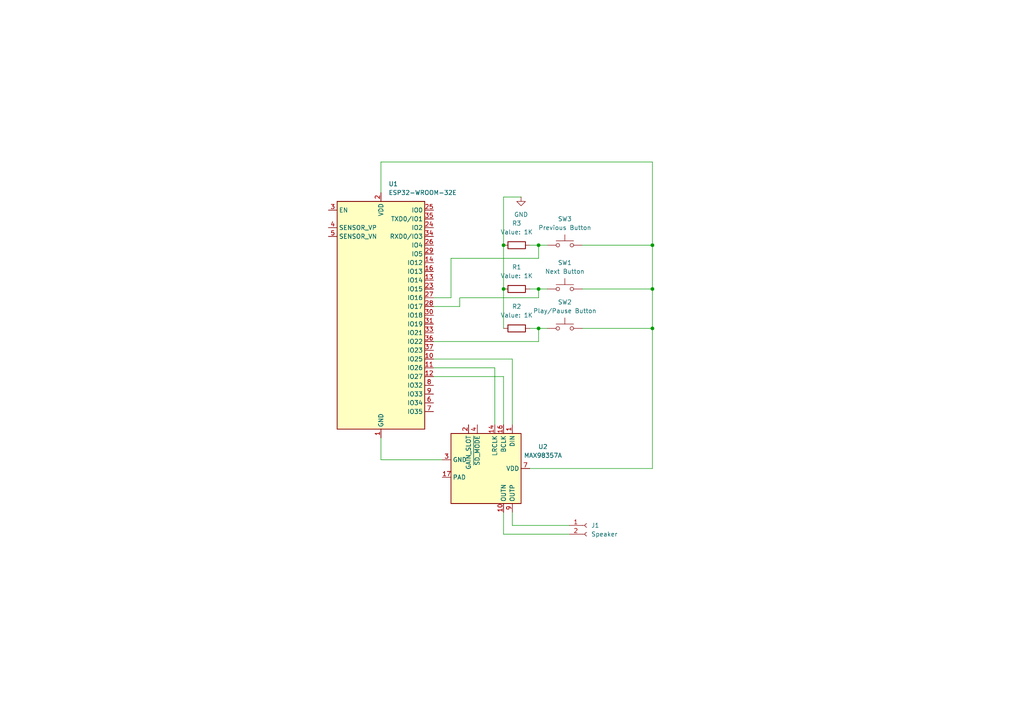
<source format=kicad_sch>
(kicad_sch
	(version 20231120)
	(generator "eeschema")
	(generator_version "8.0")
	(uuid "3ac9106d-1e9e-46a4-8744-e36c96f1e6c6")
	(paper "A4")
	(title_block
		(title "Audio Player Schematic using ESP32")
	)
	(lib_symbols
		(symbol "Audio:MAX98357A"
			(exclude_from_sim no)
			(in_bom yes)
			(on_board yes)
			(property "Reference" "U"
				(at -8.89 11.43 0)
				(effects
					(font
						(size 1.27 1.27)
					)
				)
			)
			(property "Value" "MAX98357A"
				(at 10.16 11.43 0)
				(effects
					(font
						(size 1.27 1.27)
					)
				)
			)
			(property "Footprint" "Package_DFN_QFN:TQFN-16-1EP_3x3mm_P0.5mm_EP1.23x1.23mm"
				(at -1.27 -2.54 0)
				(effects
					(font
						(size 1.27 1.27)
					)
					(hide yes)
				)
			)
			(property "Datasheet" "https://www.analog.com/media/en/technical-documentation/data-sheets/MAX98357A-MAX98357B.pdf"
				(at 0 -2.54 0)
				(effects
					(font
						(size 1.27 1.27)
					)
					(hide yes)
				)
			)
			(property "Description" "Mono DAC with amplifier, I2S, PCM, TDM, 32-bit, 96khz, 3.2W, TQFP-16"
				(at 0 0 0)
				(effects
					(font
						(size 1.27 1.27)
					)
					(hide yes)
				)
			)
			(property "ki_keywords" "pcm tdm i2s left-justified amplifier audio dac"
				(at 0 0 0)
				(effects
					(font
						(size 1.27 1.27)
					)
					(hide yes)
				)
			)
			(property "ki_fp_filters" "TQFN*3x3mm*P0.5mm*EP1.23x1.23mm*"
				(at 0 0 0)
				(effects
					(font
						(size 1.27 1.27)
					)
					(hide yes)
				)
			)
			(symbol "MAX98357A_1_1"
				(rectangle
					(start -10.16 10.16)
					(end 10.16 -10.16)
					(stroke
						(width 0.254)
						(type default)
					)
					(fill
						(type background)
					)
				)
				(pin input line
					(at -12.7 7.62 0)
					(length 2.54)
					(name "DIN"
						(effects
							(font
								(size 1.27 1.27)
							)
						)
					)
					(number "1"
						(effects
							(font
								(size 1.27 1.27)
							)
						)
					)
				)
				(pin output line
					(at 12.7 5.08 180)
					(length 2.54)
					(name "OUTN"
						(effects
							(font
								(size 1.27 1.27)
							)
						)
					)
					(number "10"
						(effects
							(font
								(size 1.27 1.27)
							)
						)
					)
				)
				(pin passive line
					(at -2.54 -12.7 90)
					(length 2.54) hide
					(name "GND"
						(effects
							(font
								(size 1.27 1.27)
							)
						)
					)
					(number "11"
						(effects
							(font
								(size 1.27 1.27)
							)
						)
					)
				)
				(pin no_connect line
					(at 10.16 -5.08 180)
					(length 2.54) hide
					(name "NC"
						(effects
							(font
								(size 1.27 1.27)
							)
						)
					)
					(number "12"
						(effects
							(font
								(size 1.27 1.27)
							)
						)
					)
				)
				(pin no_connect line
					(at 10.16 -7.62 180)
					(length 2.54) hide
					(name "NC"
						(effects
							(font
								(size 1.27 1.27)
							)
						)
					)
					(number "13"
						(effects
							(font
								(size 1.27 1.27)
							)
						)
					)
				)
				(pin input line
					(at -12.7 2.54 0)
					(length 2.54)
					(name "LRCLK"
						(effects
							(font
								(size 1.27 1.27)
							)
						)
					)
					(number "14"
						(effects
							(font
								(size 1.27 1.27)
							)
						)
					)
				)
				(pin passive line
					(at -2.54 -12.7 90)
					(length 2.54) hide
					(name "GND"
						(effects
							(font
								(size 1.27 1.27)
							)
						)
					)
					(number "15"
						(effects
							(font
								(size 1.27 1.27)
							)
						)
					)
				)
				(pin input line
					(at -12.7 5.08 0)
					(length 2.54)
					(name "BCLK"
						(effects
							(font
								(size 1.27 1.27)
							)
						)
					)
					(number "16"
						(effects
							(font
								(size 1.27 1.27)
							)
						)
					)
				)
				(pin unspecified line
					(at 2.54 -12.7 90)
					(length 2.54)
					(name "PAD"
						(effects
							(font
								(size 1.27 1.27)
							)
						)
					)
					(number "17"
						(effects
							(font
								(size 1.27 1.27)
							)
						)
					)
				)
				(pin passive line
					(at -12.7 -5.08 0)
					(length 2.54)
					(name "GAIN_SLOT"
						(effects
							(font
								(size 1.27 1.27)
							)
						)
					)
					(number "2"
						(effects
							(font
								(size 1.27 1.27)
							)
						)
					)
				)
				(pin power_in line
					(at -2.54 -12.7 90)
					(length 2.54)
					(name "GND"
						(effects
							(font
								(size 1.27 1.27)
							)
						)
					)
					(number "3"
						(effects
							(font
								(size 1.27 1.27)
							)
						)
					)
				)
				(pin input line
					(at -12.7 -2.54 0)
					(length 2.54)
					(name "~{SD_MODE}"
						(effects
							(font
								(size 1.27 1.27)
							)
						)
					)
					(number "4"
						(effects
							(font
								(size 1.27 1.27)
							)
						)
					)
				)
				(pin no_connect line
					(at 10.16 2.54 180)
					(length 2.54) hide
					(name "NC"
						(effects
							(font
								(size 1.27 1.27)
							)
						)
					)
					(number "5"
						(effects
							(font
								(size 1.27 1.27)
							)
						)
					)
				)
				(pin no_connect line
					(at 10.16 0 180)
					(length 2.54) hide
					(name "NC"
						(effects
							(font
								(size 1.27 1.27)
							)
						)
					)
					(number "6"
						(effects
							(font
								(size 1.27 1.27)
							)
						)
					)
				)
				(pin power_in line
					(at 0 12.7 270)
					(length 2.54)
					(name "VDD"
						(effects
							(font
								(size 1.27 1.27)
							)
						)
					)
					(number "7"
						(effects
							(font
								(size 1.27 1.27)
							)
						)
					)
				)
				(pin passive line
					(at 0 12.7 270)
					(length 2.54) hide
					(name "VDD"
						(effects
							(font
								(size 1.27 1.27)
							)
						)
					)
					(number "8"
						(effects
							(font
								(size 1.27 1.27)
							)
						)
					)
				)
				(pin output line
					(at 12.7 7.62 180)
					(length 2.54)
					(name "OUTP"
						(effects
							(font
								(size 1.27 1.27)
							)
						)
					)
					(number "9"
						(effects
							(font
								(size 1.27 1.27)
							)
						)
					)
				)
			)
		)
		(symbol "Connector:Conn_01x02_Socket"
			(pin_names
				(offset 1.016) hide)
			(exclude_from_sim no)
			(in_bom yes)
			(on_board yes)
			(property "Reference" "J"
				(at 0 2.54 0)
				(effects
					(font
						(size 1.27 1.27)
					)
				)
			)
			(property "Value" "Conn_01x02_Socket"
				(at 0 -5.08 0)
				(effects
					(font
						(size 1.27 1.27)
					)
				)
			)
			(property "Footprint" ""
				(at 0 0 0)
				(effects
					(font
						(size 1.27 1.27)
					)
					(hide yes)
				)
			)
			(property "Datasheet" "~"
				(at 0 0 0)
				(effects
					(font
						(size 1.27 1.27)
					)
					(hide yes)
				)
			)
			(property "Description" "Generic connector, single row, 01x02, script generated"
				(at 0 0 0)
				(effects
					(font
						(size 1.27 1.27)
					)
					(hide yes)
				)
			)
			(property "ki_locked" ""
				(at 0 0 0)
				(effects
					(font
						(size 1.27 1.27)
					)
				)
			)
			(property "ki_keywords" "connector"
				(at 0 0 0)
				(effects
					(font
						(size 1.27 1.27)
					)
					(hide yes)
				)
			)
			(property "ki_fp_filters" "Connector*:*_1x??_*"
				(at 0 0 0)
				(effects
					(font
						(size 1.27 1.27)
					)
					(hide yes)
				)
			)
			(symbol "Conn_01x02_Socket_1_1"
				(arc
					(start 0 -2.032)
					(mid -0.5058 -2.54)
					(end 0 -3.048)
					(stroke
						(width 0.1524)
						(type default)
					)
					(fill
						(type none)
					)
				)
				(polyline
					(pts
						(xy -1.27 -2.54) (xy -0.508 -2.54)
					)
					(stroke
						(width 0.1524)
						(type default)
					)
					(fill
						(type none)
					)
				)
				(polyline
					(pts
						(xy -1.27 0) (xy -0.508 0)
					)
					(stroke
						(width 0.1524)
						(type default)
					)
					(fill
						(type none)
					)
				)
				(arc
					(start 0 0.508)
					(mid -0.5058 0)
					(end 0 -0.508)
					(stroke
						(width 0.1524)
						(type default)
					)
					(fill
						(type none)
					)
				)
				(pin passive line
					(at -5.08 0 0)
					(length 3.81)
					(name "Pin_1"
						(effects
							(font
								(size 1.27 1.27)
							)
						)
					)
					(number "1"
						(effects
							(font
								(size 1.27 1.27)
							)
						)
					)
				)
				(pin passive line
					(at -5.08 -2.54 0)
					(length 3.81)
					(name "Pin_2"
						(effects
							(font
								(size 1.27 1.27)
							)
						)
					)
					(number "2"
						(effects
							(font
								(size 1.27 1.27)
							)
						)
					)
				)
			)
		)
		(symbol "Device:R"
			(pin_numbers hide)
			(pin_names
				(offset 0)
			)
			(exclude_from_sim no)
			(in_bom yes)
			(on_board yes)
			(property "Reference" "R"
				(at 2.032 0 90)
				(effects
					(font
						(size 1.27 1.27)
					)
				)
			)
			(property "Value" "R"
				(at 0 0 90)
				(effects
					(font
						(size 1.27 1.27)
					)
				)
			)
			(property "Footprint" ""
				(at -1.778 0 90)
				(effects
					(font
						(size 1.27 1.27)
					)
					(hide yes)
				)
			)
			(property "Datasheet" "~"
				(at 0 0 0)
				(effects
					(font
						(size 1.27 1.27)
					)
					(hide yes)
				)
			)
			(property "Description" "Resistor"
				(at 0 0 0)
				(effects
					(font
						(size 1.27 1.27)
					)
					(hide yes)
				)
			)
			(property "ki_keywords" "R res resistor"
				(at 0 0 0)
				(effects
					(font
						(size 1.27 1.27)
					)
					(hide yes)
				)
			)
			(property "ki_fp_filters" "R_*"
				(at 0 0 0)
				(effects
					(font
						(size 1.27 1.27)
					)
					(hide yes)
				)
			)
			(symbol "R_0_1"
				(rectangle
					(start -1.016 -2.54)
					(end 1.016 2.54)
					(stroke
						(width 0.254)
						(type default)
					)
					(fill
						(type none)
					)
				)
			)
			(symbol "R_1_1"
				(pin passive line
					(at 0 3.81 270)
					(length 1.27)
					(name "~"
						(effects
							(font
								(size 1.27 1.27)
							)
						)
					)
					(number "1"
						(effects
							(font
								(size 1.27 1.27)
							)
						)
					)
				)
				(pin passive line
					(at 0 -3.81 90)
					(length 1.27)
					(name "~"
						(effects
							(font
								(size 1.27 1.27)
							)
						)
					)
					(number "2"
						(effects
							(font
								(size 1.27 1.27)
							)
						)
					)
				)
			)
		)
		(symbol "RF_Module:ESP32-WROOM-32E"
			(exclude_from_sim no)
			(in_bom yes)
			(on_board yes)
			(property "Reference" "U"
				(at -12.7 34.29 0)
				(effects
					(font
						(size 1.27 1.27)
					)
					(justify left)
				)
			)
			(property "Value" "ESP32-WROOM-32E"
				(at 1.27 34.29 0)
				(effects
					(font
						(size 1.27 1.27)
					)
					(justify left)
				)
			)
			(property "Footprint" "RF_Module:ESP32-WROOM-32D"
				(at 16.51 -34.29 0)
				(effects
					(font
						(size 1.27 1.27)
					)
					(hide yes)
				)
			)
			(property "Datasheet" "https://www.espressif.com/sites/default/files/documentation/esp32-wroom-32e_esp32-wroom-32ue_datasheet_en.pdf"
				(at 0 0 0)
				(effects
					(font
						(size 1.27 1.27)
					)
					(hide yes)
				)
			)
			(property "Description" "RF Module, ESP32-D0WD-V3 SoC, without PSRAM, Wi-Fi 802.11b/g/n, Bluetooth, BLE, 32-bit, 2.7-3.6V, onboard antenna, SMD"
				(at 0 0 0)
				(effects
					(font
						(size 1.27 1.27)
					)
					(hide yes)
				)
			)
			(property "ki_keywords" "RF Radio BT ESP ESP32 Espressif onboard PCB antenna"
				(at 0 0 0)
				(effects
					(font
						(size 1.27 1.27)
					)
					(hide yes)
				)
			)
			(property "ki_fp_filters" "ESP32?WROOM?32D*"
				(at 0 0 0)
				(effects
					(font
						(size 1.27 1.27)
					)
					(hide yes)
				)
			)
			(symbol "ESP32-WROOM-32E_0_1"
				(rectangle
					(start -12.7 33.02)
					(end 12.7 -33.02)
					(stroke
						(width 0.254)
						(type default)
					)
					(fill
						(type background)
					)
				)
			)
			(symbol "ESP32-WROOM-32E_1_1"
				(pin power_in line
					(at 0 -35.56 90)
					(length 2.54)
					(name "GND"
						(effects
							(font
								(size 1.27 1.27)
							)
						)
					)
					(number "1"
						(effects
							(font
								(size 1.27 1.27)
							)
						)
					)
				)
				(pin bidirectional line
					(at 15.24 -12.7 180)
					(length 2.54)
					(name "IO25"
						(effects
							(font
								(size 1.27 1.27)
							)
						)
					)
					(number "10"
						(effects
							(font
								(size 1.27 1.27)
							)
						)
					)
				)
				(pin bidirectional line
					(at 15.24 -15.24 180)
					(length 2.54)
					(name "IO26"
						(effects
							(font
								(size 1.27 1.27)
							)
						)
					)
					(number "11"
						(effects
							(font
								(size 1.27 1.27)
							)
						)
					)
				)
				(pin bidirectional line
					(at 15.24 -17.78 180)
					(length 2.54)
					(name "IO27"
						(effects
							(font
								(size 1.27 1.27)
							)
						)
					)
					(number "12"
						(effects
							(font
								(size 1.27 1.27)
							)
						)
					)
				)
				(pin bidirectional line
					(at 15.24 10.16 180)
					(length 2.54)
					(name "IO14"
						(effects
							(font
								(size 1.27 1.27)
							)
						)
					)
					(number "13"
						(effects
							(font
								(size 1.27 1.27)
							)
						)
					)
				)
				(pin bidirectional line
					(at 15.24 15.24 180)
					(length 2.54)
					(name "IO12"
						(effects
							(font
								(size 1.27 1.27)
							)
						)
					)
					(number "14"
						(effects
							(font
								(size 1.27 1.27)
							)
						)
					)
				)
				(pin passive line
					(at 0 -35.56 90)
					(length 2.54) hide
					(name "GND"
						(effects
							(font
								(size 1.27 1.27)
							)
						)
					)
					(number "15"
						(effects
							(font
								(size 1.27 1.27)
							)
						)
					)
				)
				(pin bidirectional line
					(at 15.24 12.7 180)
					(length 2.54)
					(name "IO13"
						(effects
							(font
								(size 1.27 1.27)
							)
						)
					)
					(number "16"
						(effects
							(font
								(size 1.27 1.27)
							)
						)
					)
				)
				(pin no_connect line
					(at -12.7 -5.08 0)
					(length 2.54) hide
					(name "NC"
						(effects
							(font
								(size 1.27 1.27)
							)
						)
					)
					(number "17"
						(effects
							(font
								(size 1.27 1.27)
							)
						)
					)
				)
				(pin no_connect line
					(at -12.7 -7.62 0)
					(length 2.54) hide
					(name "NC"
						(effects
							(font
								(size 1.27 1.27)
							)
						)
					)
					(number "18"
						(effects
							(font
								(size 1.27 1.27)
							)
						)
					)
				)
				(pin no_connect line
					(at -12.7 -12.7 0)
					(length 2.54) hide
					(name "NC"
						(effects
							(font
								(size 1.27 1.27)
							)
						)
					)
					(number "19"
						(effects
							(font
								(size 1.27 1.27)
							)
						)
					)
				)
				(pin power_in line
					(at 0 35.56 270)
					(length 2.54)
					(name "VDD"
						(effects
							(font
								(size 1.27 1.27)
							)
						)
					)
					(number "2"
						(effects
							(font
								(size 1.27 1.27)
							)
						)
					)
				)
				(pin no_connect line
					(at -12.7 -10.16 0)
					(length 2.54) hide
					(name "NC"
						(effects
							(font
								(size 1.27 1.27)
							)
						)
					)
					(number "20"
						(effects
							(font
								(size 1.27 1.27)
							)
						)
					)
				)
				(pin no_connect line
					(at -12.7 0 0)
					(length 2.54) hide
					(name "NC"
						(effects
							(font
								(size 1.27 1.27)
							)
						)
					)
					(number "21"
						(effects
							(font
								(size 1.27 1.27)
							)
						)
					)
				)
				(pin no_connect line
					(at -12.7 -2.54 0)
					(length 2.54) hide
					(name "NC"
						(effects
							(font
								(size 1.27 1.27)
							)
						)
					)
					(number "22"
						(effects
							(font
								(size 1.27 1.27)
							)
						)
					)
				)
				(pin bidirectional line
					(at 15.24 7.62 180)
					(length 2.54)
					(name "IO15"
						(effects
							(font
								(size 1.27 1.27)
							)
						)
					)
					(number "23"
						(effects
							(font
								(size 1.27 1.27)
							)
						)
					)
				)
				(pin bidirectional line
					(at 15.24 25.4 180)
					(length 2.54)
					(name "IO2"
						(effects
							(font
								(size 1.27 1.27)
							)
						)
					)
					(number "24"
						(effects
							(font
								(size 1.27 1.27)
							)
						)
					)
				)
				(pin bidirectional line
					(at 15.24 30.48 180)
					(length 2.54)
					(name "IO0"
						(effects
							(font
								(size 1.27 1.27)
							)
						)
					)
					(number "25"
						(effects
							(font
								(size 1.27 1.27)
							)
						)
					)
				)
				(pin bidirectional line
					(at 15.24 20.32 180)
					(length 2.54)
					(name "IO4"
						(effects
							(font
								(size 1.27 1.27)
							)
						)
					)
					(number "26"
						(effects
							(font
								(size 1.27 1.27)
							)
						)
					)
				)
				(pin bidirectional line
					(at 15.24 5.08 180)
					(length 2.54)
					(name "IO16"
						(effects
							(font
								(size 1.27 1.27)
							)
						)
					)
					(number "27"
						(effects
							(font
								(size 1.27 1.27)
							)
						)
					)
				)
				(pin bidirectional line
					(at 15.24 2.54 180)
					(length 2.54)
					(name "IO17"
						(effects
							(font
								(size 1.27 1.27)
							)
						)
					)
					(number "28"
						(effects
							(font
								(size 1.27 1.27)
							)
						)
					)
				)
				(pin bidirectional line
					(at 15.24 17.78 180)
					(length 2.54)
					(name "IO5"
						(effects
							(font
								(size 1.27 1.27)
							)
						)
					)
					(number "29"
						(effects
							(font
								(size 1.27 1.27)
							)
						)
					)
				)
				(pin input line
					(at -15.24 30.48 0)
					(length 2.54)
					(name "EN"
						(effects
							(font
								(size 1.27 1.27)
							)
						)
					)
					(number "3"
						(effects
							(font
								(size 1.27 1.27)
							)
						)
					)
				)
				(pin bidirectional line
					(at 15.24 0 180)
					(length 2.54)
					(name "IO18"
						(effects
							(font
								(size 1.27 1.27)
							)
						)
					)
					(number "30"
						(effects
							(font
								(size 1.27 1.27)
							)
						)
					)
				)
				(pin bidirectional line
					(at 15.24 -2.54 180)
					(length 2.54)
					(name "IO19"
						(effects
							(font
								(size 1.27 1.27)
							)
						)
					)
					(number "31"
						(effects
							(font
								(size 1.27 1.27)
							)
						)
					)
				)
				(pin no_connect line
					(at -12.7 -27.94 0)
					(length 2.54) hide
					(name "NC"
						(effects
							(font
								(size 1.27 1.27)
							)
						)
					)
					(number "32"
						(effects
							(font
								(size 1.27 1.27)
							)
						)
					)
				)
				(pin bidirectional line
					(at 15.24 -5.08 180)
					(length 2.54)
					(name "IO21"
						(effects
							(font
								(size 1.27 1.27)
							)
						)
					)
					(number "33"
						(effects
							(font
								(size 1.27 1.27)
							)
						)
					)
				)
				(pin bidirectional line
					(at 15.24 22.86 180)
					(length 2.54)
					(name "RXD0/IO3"
						(effects
							(font
								(size 1.27 1.27)
							)
						)
					)
					(number "34"
						(effects
							(font
								(size 1.27 1.27)
							)
						)
					)
				)
				(pin bidirectional line
					(at 15.24 27.94 180)
					(length 2.54)
					(name "TXD0/IO1"
						(effects
							(font
								(size 1.27 1.27)
							)
						)
					)
					(number "35"
						(effects
							(font
								(size 1.27 1.27)
							)
						)
					)
				)
				(pin bidirectional line
					(at 15.24 -7.62 180)
					(length 2.54)
					(name "IO22"
						(effects
							(font
								(size 1.27 1.27)
							)
						)
					)
					(number "36"
						(effects
							(font
								(size 1.27 1.27)
							)
						)
					)
				)
				(pin bidirectional line
					(at 15.24 -10.16 180)
					(length 2.54)
					(name "IO23"
						(effects
							(font
								(size 1.27 1.27)
							)
						)
					)
					(number "37"
						(effects
							(font
								(size 1.27 1.27)
							)
						)
					)
				)
				(pin passive line
					(at 0 -35.56 90)
					(length 2.54) hide
					(name "GND"
						(effects
							(font
								(size 1.27 1.27)
							)
						)
					)
					(number "38"
						(effects
							(font
								(size 1.27 1.27)
							)
						)
					)
				)
				(pin passive line
					(at 0 -35.56 90)
					(length 2.54) hide
					(name "GND"
						(effects
							(font
								(size 1.27 1.27)
							)
						)
					)
					(number "39"
						(effects
							(font
								(size 1.27 1.27)
							)
						)
					)
				)
				(pin input line
					(at -15.24 25.4 0)
					(length 2.54)
					(name "SENSOR_VP"
						(effects
							(font
								(size 1.27 1.27)
							)
						)
					)
					(number "4"
						(effects
							(font
								(size 1.27 1.27)
							)
						)
					)
				)
				(pin input line
					(at -15.24 22.86 0)
					(length 2.54)
					(name "SENSOR_VN"
						(effects
							(font
								(size 1.27 1.27)
							)
						)
					)
					(number "5"
						(effects
							(font
								(size 1.27 1.27)
							)
						)
					)
				)
				(pin input line
					(at 15.24 -25.4 180)
					(length 2.54)
					(name "IO34"
						(effects
							(font
								(size 1.27 1.27)
							)
						)
					)
					(number "6"
						(effects
							(font
								(size 1.27 1.27)
							)
						)
					)
				)
				(pin input line
					(at 15.24 -27.94 180)
					(length 2.54)
					(name "IO35"
						(effects
							(font
								(size 1.27 1.27)
							)
						)
					)
					(number "7"
						(effects
							(font
								(size 1.27 1.27)
							)
						)
					)
				)
				(pin bidirectional line
					(at 15.24 -20.32 180)
					(length 2.54)
					(name "IO32"
						(effects
							(font
								(size 1.27 1.27)
							)
						)
					)
					(number "8"
						(effects
							(font
								(size 1.27 1.27)
							)
						)
					)
				)
				(pin bidirectional line
					(at 15.24 -22.86 180)
					(length 2.54)
					(name "IO33"
						(effects
							(font
								(size 1.27 1.27)
							)
						)
					)
					(number "9"
						(effects
							(font
								(size 1.27 1.27)
							)
						)
					)
				)
			)
		)
		(symbol "Switch:SW_Push"
			(pin_numbers hide)
			(pin_names
				(offset 1.016) hide)
			(exclude_from_sim no)
			(in_bom yes)
			(on_board yes)
			(property "Reference" "SW"
				(at 1.27 2.54 0)
				(effects
					(font
						(size 1.27 1.27)
					)
					(justify left)
				)
			)
			(property "Value" "SW_Push"
				(at 0 -1.524 0)
				(effects
					(font
						(size 1.27 1.27)
					)
				)
			)
			(property "Footprint" ""
				(at 0 5.08 0)
				(effects
					(font
						(size 1.27 1.27)
					)
					(hide yes)
				)
			)
			(property "Datasheet" "~"
				(at 0 5.08 0)
				(effects
					(font
						(size 1.27 1.27)
					)
					(hide yes)
				)
			)
			(property "Description" "Push button switch, generic, two pins"
				(at 0 0 0)
				(effects
					(font
						(size 1.27 1.27)
					)
					(hide yes)
				)
			)
			(property "ki_keywords" "switch normally-open pushbutton push-button"
				(at 0 0 0)
				(effects
					(font
						(size 1.27 1.27)
					)
					(hide yes)
				)
			)
			(symbol "SW_Push_0_1"
				(circle
					(center -2.032 0)
					(radius 0.508)
					(stroke
						(width 0)
						(type default)
					)
					(fill
						(type none)
					)
				)
				(polyline
					(pts
						(xy 0 1.27) (xy 0 3.048)
					)
					(stroke
						(width 0)
						(type default)
					)
					(fill
						(type none)
					)
				)
				(polyline
					(pts
						(xy 2.54 1.27) (xy -2.54 1.27)
					)
					(stroke
						(width 0)
						(type default)
					)
					(fill
						(type none)
					)
				)
				(circle
					(center 2.032 0)
					(radius 0.508)
					(stroke
						(width 0)
						(type default)
					)
					(fill
						(type none)
					)
				)
				(pin passive line
					(at -5.08 0 0)
					(length 2.54)
					(name "1"
						(effects
							(font
								(size 1.27 1.27)
							)
						)
					)
					(number "1"
						(effects
							(font
								(size 1.27 1.27)
							)
						)
					)
				)
				(pin passive line
					(at 5.08 0 180)
					(length 2.54)
					(name "2"
						(effects
							(font
								(size 1.27 1.27)
							)
						)
					)
					(number "2"
						(effects
							(font
								(size 1.27 1.27)
							)
						)
					)
				)
			)
		)
		(symbol "power:GND"
			(power)
			(pin_numbers hide)
			(pin_names
				(offset 0) hide)
			(exclude_from_sim no)
			(in_bom yes)
			(on_board yes)
			(property "Reference" "#PWR"
				(at 0 -6.35 0)
				(effects
					(font
						(size 1.27 1.27)
					)
					(hide yes)
				)
			)
			(property "Value" "GND"
				(at 0 -3.81 0)
				(effects
					(font
						(size 1.27 1.27)
					)
				)
			)
			(property "Footprint" ""
				(at 0 0 0)
				(effects
					(font
						(size 1.27 1.27)
					)
					(hide yes)
				)
			)
			(property "Datasheet" ""
				(at 0 0 0)
				(effects
					(font
						(size 1.27 1.27)
					)
					(hide yes)
				)
			)
			(property "Description" "Power symbol creates a global label with name \"GND\" , ground"
				(at 0 0 0)
				(effects
					(font
						(size 1.27 1.27)
					)
					(hide yes)
				)
			)
			(property "ki_keywords" "global power"
				(at 0 0 0)
				(effects
					(font
						(size 1.27 1.27)
					)
					(hide yes)
				)
			)
			(symbol "GND_0_1"
				(polyline
					(pts
						(xy 0 0) (xy 0 -1.27) (xy 1.27 -1.27) (xy 0 -2.54) (xy -1.27 -1.27) (xy 0 -1.27)
					)
					(stroke
						(width 0)
						(type default)
					)
					(fill
						(type none)
					)
				)
			)
			(symbol "GND_1_1"
				(pin power_in line
					(at 0 0 270)
					(length 0)
					(name "~"
						(effects
							(font
								(size 1.27 1.27)
							)
						)
					)
					(number "1"
						(effects
							(font
								(size 1.27 1.27)
							)
						)
					)
				)
			)
		)
	)
	(junction
		(at 146.05 71.12)
		(diameter 0)
		(color 0 0 0 0)
		(uuid "0acd60b6-ebac-4656-a5df-eaf32fd2e6f7")
	)
	(junction
		(at 156.21 71.12)
		(diameter 0)
		(color 0 0 0 0)
		(uuid "3ebb583a-9ea7-452c-b712-862be1349527")
	)
	(junction
		(at 189.23 95.25)
		(diameter 0)
		(color 0 0 0 0)
		(uuid "6bd3f530-571e-4ba1-a065-f4c50a5475b6")
	)
	(junction
		(at 189.23 71.12)
		(diameter 0)
		(color 0 0 0 0)
		(uuid "8750d3df-cc59-420f-9eee-bda75e1ee5d3")
	)
	(junction
		(at 146.05 83.82)
		(diameter 0)
		(color 0 0 0 0)
		(uuid "8a6d5312-b77b-4e9f-b62e-78049e6e55df")
	)
	(junction
		(at 156.21 83.82)
		(diameter 0)
		(color 0 0 0 0)
		(uuid "8bb24543-52f8-485a-84a1-d3ea3d690e50")
	)
	(junction
		(at 189.23 83.82)
		(diameter 0)
		(color 0 0 0 0)
		(uuid "ce9db1a8-36e1-446f-9b87-e2fe2b35eef0")
	)
	(junction
		(at 156.21 95.25)
		(diameter 0)
		(color 0 0 0 0)
		(uuid "f3839db9-6804-4f6c-899d-ca5446b2475d")
	)
	(wire
		(pts
			(xy 125.73 86.36) (xy 130.81 86.36)
		)
		(stroke
			(width 0)
			(type default)
		)
		(uuid "09b55e67-9add-42c4-96ee-a2156f5c2095")
	)
	(wire
		(pts
			(xy 148.59 152.4) (xy 148.59 148.59)
		)
		(stroke
			(width 0)
			(type default)
		)
		(uuid "0b8a0880-b1c0-4a05-8269-78b566086255")
	)
	(wire
		(pts
			(xy 189.23 135.89) (xy 153.67 135.89)
		)
		(stroke
			(width 0)
			(type default)
		)
		(uuid "0c7e8ff3-396b-400d-b7a6-9137598a62dc")
	)
	(wire
		(pts
			(xy 143.51 106.68) (xy 125.73 106.68)
		)
		(stroke
			(width 0)
			(type default)
		)
		(uuid "0fb994f7-308f-408c-b328-45c16198e195")
	)
	(wire
		(pts
			(xy 110.49 46.99) (xy 110.49 55.88)
		)
		(stroke
			(width 0)
			(type default)
		)
		(uuid "128c22a1-4ef6-40dd-905e-e9a4dfd4416d")
	)
	(wire
		(pts
			(xy 168.91 71.12) (xy 189.23 71.12)
		)
		(stroke
			(width 0)
			(type default)
		)
		(uuid "12bd50ae-0675-4b1c-97a7-95e178c6c927")
	)
	(wire
		(pts
			(xy 156.21 83.82) (xy 158.75 83.82)
		)
		(stroke
			(width 0)
			(type default)
		)
		(uuid "145c0858-5104-4fd0-aaaa-249127f72050")
	)
	(wire
		(pts
			(xy 146.05 148.59) (xy 146.05 154.94)
		)
		(stroke
			(width 0)
			(type default)
		)
		(uuid "181a1192-52e0-484a-b087-1f808abb3e27")
	)
	(wire
		(pts
			(xy 110.49 133.35) (xy 110.49 127)
		)
		(stroke
			(width 0)
			(type default)
		)
		(uuid "210a0ee5-be94-496b-b71a-a39136b13fca")
	)
	(wire
		(pts
			(xy 110.49 46.99) (xy 189.23 46.99)
		)
		(stroke
			(width 0)
			(type default)
		)
		(uuid "21c6f0e2-4399-4f0b-8ad8-da764e1e31c7")
	)
	(wire
		(pts
			(xy 153.67 83.82) (xy 156.21 83.82)
		)
		(stroke
			(width 0)
			(type default)
		)
		(uuid "2c60567d-7389-4233-b31c-2b7071538caf")
	)
	(wire
		(pts
			(xy 130.81 74.93) (xy 156.21 74.93)
		)
		(stroke
			(width 0)
			(type default)
		)
		(uuid "379d3073-6fcb-471d-9ab9-302c0e51db68")
	)
	(wire
		(pts
			(xy 153.67 71.12) (xy 156.21 71.12)
		)
		(stroke
			(width 0)
			(type default)
		)
		(uuid "50f2f432-f1cb-4c11-a3f6-3af836129927")
	)
	(wire
		(pts
			(xy 143.51 123.19) (xy 143.51 106.68)
		)
		(stroke
			(width 0)
			(type default)
		)
		(uuid "55ce8233-a3f7-49c8-8b40-96597bc12301")
	)
	(wire
		(pts
			(xy 133.35 86.36) (xy 156.21 86.36)
		)
		(stroke
			(width 0)
			(type default)
		)
		(uuid "62f65ec5-7d23-461e-a303-e60a3d70113d")
	)
	(wire
		(pts
			(xy 133.35 88.9) (xy 133.35 86.36)
		)
		(stroke
			(width 0)
			(type default)
		)
		(uuid "6c62a2ac-6503-48ba-944d-fcd86d34f236")
	)
	(wire
		(pts
			(xy 156.21 99.06) (xy 156.21 95.25)
		)
		(stroke
			(width 0)
			(type default)
		)
		(uuid "70147af8-38c8-48bf-878a-b287be382d56")
	)
	(wire
		(pts
			(xy 146.05 83.82) (xy 146.05 95.25)
		)
		(stroke
			(width 0)
			(type default)
		)
		(uuid "744ea42e-9981-404c-a26b-2e785c698fb8")
	)
	(wire
		(pts
			(xy 153.67 95.25) (xy 156.21 95.25)
		)
		(stroke
			(width 0)
			(type default)
		)
		(uuid "7c060d80-7caa-4aa2-a761-91f85882b836")
	)
	(wire
		(pts
			(xy 156.21 95.25) (xy 158.75 95.25)
		)
		(stroke
			(width 0)
			(type default)
		)
		(uuid "7ce7bb1c-d178-4c42-aca3-9986fb3877ae")
	)
	(wire
		(pts
			(xy 189.23 95.25) (xy 189.23 83.82)
		)
		(stroke
			(width 0)
			(type default)
		)
		(uuid "7e03172d-4117-42aa-9f5e-91933f285619")
	)
	(wire
		(pts
			(xy 148.59 104.14) (xy 125.73 104.14)
		)
		(stroke
			(width 0)
			(type default)
		)
		(uuid "7f99e597-fa2c-4345-bcf9-71ebf38c5d65")
	)
	(wire
		(pts
			(xy 189.23 135.89) (xy 189.23 95.25)
		)
		(stroke
			(width 0)
			(type default)
		)
		(uuid "844d9fc6-b641-45bd-9f0d-6649ea4e031d")
	)
	(wire
		(pts
			(xy 146.05 123.19) (xy 146.05 109.22)
		)
		(stroke
			(width 0)
			(type default)
		)
		(uuid "8a9dbbe3-cec5-4661-84d7-9c9dead98a30")
	)
	(wire
		(pts
			(xy 156.21 74.93) (xy 156.21 71.12)
		)
		(stroke
			(width 0)
			(type default)
		)
		(uuid "8d3a59c0-872b-4252-a28e-f87e4895695f")
	)
	(wire
		(pts
			(xy 148.59 123.19) (xy 148.59 104.14)
		)
		(stroke
			(width 0)
			(type default)
		)
		(uuid "959aee71-2464-4b8e-8d75-d35f393ffafa")
	)
	(wire
		(pts
			(xy 146.05 109.22) (xy 125.73 109.22)
		)
		(stroke
			(width 0)
			(type default)
		)
		(uuid "9dc17ba0-7cc9-45a7-b84b-4292d17a8f31")
	)
	(wire
		(pts
			(xy 130.81 86.36) (xy 130.81 74.93)
		)
		(stroke
			(width 0)
			(type default)
		)
		(uuid "9ec67e77-db2e-40af-a3c4-db8fbb722297")
	)
	(wire
		(pts
			(xy 156.21 86.36) (xy 156.21 83.82)
		)
		(stroke
			(width 0)
			(type default)
		)
		(uuid "a180c85d-ee07-4c03-ac98-c4bf60b42ff7")
	)
	(wire
		(pts
			(xy 168.91 95.25) (xy 189.23 95.25)
		)
		(stroke
			(width 0)
			(type default)
		)
		(uuid "a40c159a-8afb-4be5-bf21-fbbb256b2970")
	)
	(wire
		(pts
			(xy 151.13 57.15) (xy 146.05 57.15)
		)
		(stroke
			(width 0)
			(type default)
		)
		(uuid "ab04d8d8-b9d9-4edb-8c16-04b7a630b7a5")
	)
	(wire
		(pts
			(xy 189.23 83.82) (xy 189.23 71.12)
		)
		(stroke
			(width 0)
			(type default)
		)
		(uuid "b13f6f34-c1b3-4ca2-8fab-73742b7fbb04")
	)
	(wire
		(pts
			(xy 148.59 152.4) (xy 165.1 152.4)
		)
		(stroke
			(width 0)
			(type default)
		)
		(uuid "b32a99eb-14ab-4eb2-b5ef-d0d0b479f442")
	)
	(wire
		(pts
			(xy 125.73 99.06) (xy 156.21 99.06)
		)
		(stroke
			(width 0)
			(type default)
		)
		(uuid "b8cb6b2d-59fe-4fe8-a7a5-3a6536a88e75")
	)
	(wire
		(pts
			(xy 189.23 71.12) (xy 189.23 46.99)
		)
		(stroke
			(width 0)
			(type default)
		)
		(uuid "be930448-fe53-4a9f-a65d-61e6c6270f03")
	)
	(wire
		(pts
			(xy 156.21 71.12) (xy 158.75 71.12)
		)
		(stroke
			(width 0)
			(type default)
		)
		(uuid "c15ff374-cf1c-4b66-a64e-d63750ba7489")
	)
	(wire
		(pts
			(xy 128.27 133.35) (xy 110.49 133.35)
		)
		(stroke
			(width 0)
			(type default)
		)
		(uuid "c3b1f104-34bf-441f-b9bc-3e3355a80db2")
	)
	(wire
		(pts
			(xy 146.05 71.12) (xy 146.05 83.82)
		)
		(stroke
			(width 0)
			(type default)
		)
		(uuid "c5befd88-164a-4fce-9752-1f80747f811d")
	)
	(wire
		(pts
			(xy 125.73 88.9) (xy 133.35 88.9)
		)
		(stroke
			(width 0)
			(type default)
		)
		(uuid "cb132a6f-196b-4b24-a8e6-fbf7d646e363")
	)
	(wire
		(pts
			(xy 168.91 83.82) (xy 189.23 83.82)
		)
		(stroke
			(width 0)
			(type default)
		)
		(uuid "d9908f3f-c428-48ac-9555-7728910fa8a9")
	)
	(wire
		(pts
			(xy 146.05 154.94) (xy 165.1 154.94)
		)
		(stroke
			(width 0)
			(type default)
		)
		(uuid "e6f0466b-f7b6-446b-af65-0cf460ef131b")
	)
	(wire
		(pts
			(xy 146.05 57.15) (xy 146.05 71.12)
		)
		(stroke
			(width 0)
			(type default)
		)
		(uuid "f0ecbf2b-3525-43c3-a615-003f705cf19d")
	)
	(symbol
		(lib_id "Switch:SW_Push")
		(at 163.83 71.12 0)
		(unit 1)
		(exclude_from_sim no)
		(in_bom yes)
		(on_board yes)
		(dnp no)
		(fields_autoplaced yes)
		(uuid "1425b13e-83b8-47c4-a41b-2b6594cf9947")
		(property "Reference" "SW3"
			(at 163.83 63.5 0)
			(effects
				(font
					(size 1.27 1.27)
				)
			)
		)
		(property "Value" "Previous Button"
			(at 163.83 66.04 0)
			(effects
				(font
					(size 1.27 1.27)
				)
			)
		)
		(property "Footprint" ""
			(at 163.83 66.04 0)
			(effects
				(font
					(size 1.27 1.27)
				)
				(hide yes)
			)
		)
		(property "Datasheet" "~"
			(at 163.83 66.04 0)
			(effects
				(font
					(size 1.27 1.27)
				)
				(hide yes)
			)
		)
		(property "Description" "Push button switch, generic, two pins"
			(at 163.83 71.12 0)
			(effects
				(font
					(size 1.27 1.27)
				)
				(hide yes)
			)
		)
		(pin "1"
			(uuid "94f5fb52-926a-4b09-91d6-fc3a11b9604f")
		)
		(pin "2"
			(uuid "52e8bdc2-3fac-4c34-9875-cd0599edbc3a")
		)
		(instances
			(project "esp32"
				(path "/3ac9106d-1e9e-46a4-8744-e36c96f1e6c6"
					(reference "SW3")
					(unit 1)
				)
			)
		)
	)
	(symbol
		(lib_id "power:GND")
		(at 151.13 57.15 0)
		(unit 1)
		(exclude_from_sim no)
		(in_bom yes)
		(on_board yes)
		(dnp no)
		(fields_autoplaced yes)
		(uuid "76c06ecd-1857-42ba-a843-7be331e06a08")
		(property "Reference" "#PWR01"
			(at 151.13 63.5 0)
			(effects
				(font
					(size 1.27 1.27)
				)
				(hide yes)
			)
		)
		(property "Value" "GND"
			(at 151.13 62.23 0)
			(effects
				(font
					(size 1.27 1.27)
				)
			)
		)
		(property "Footprint" ""
			(at 151.13 57.15 0)
			(effects
				(font
					(size 1.27 1.27)
				)
				(hide yes)
			)
		)
		(property "Datasheet" ""
			(at 151.13 57.15 0)
			(effects
				(font
					(size 1.27 1.27)
				)
				(hide yes)
			)
		)
		(property "Description" "Power symbol creates a global label with name \"GND\" , ground"
			(at 151.13 57.15 0)
			(effects
				(font
					(size 1.27 1.27)
				)
				(hide yes)
			)
		)
		(pin "1"
			(uuid "cd892b52-21ed-4eef-9ea2-4a64b23dd0a4")
		)
		(instances
			(project "esp32"
				(path "/3ac9106d-1e9e-46a4-8744-e36c96f1e6c6"
					(reference "#PWR01")
					(unit 1)
				)
			)
		)
	)
	(symbol
		(lib_id "RF_Module:ESP32-WROOM-32E")
		(at 110.49 91.44 0)
		(unit 1)
		(exclude_from_sim no)
		(in_bom yes)
		(on_board yes)
		(dnp no)
		(fields_autoplaced yes)
		(uuid "babab9d3-5c92-4640-8cd7-3cb9038739da")
		(property "Reference" "U1"
			(at 112.6841 53.34 0)
			(effects
				(font
					(size 1.27 1.27)
				)
				(justify left)
			)
		)
		(property "Value" "ESP32-WROOM-32E"
			(at 112.6841 55.88 0)
			(effects
				(font
					(size 1.27 1.27)
				)
				(justify left)
			)
		)
		(property "Footprint" "RF_Module:ESP32-WROOM-32D"
			(at 127 125.73 0)
			(effects
				(font
					(size 1.27 1.27)
				)
				(hide yes)
			)
		)
		(property "Datasheet" "https://www.espressif.com/sites/default/files/documentation/esp32-wroom-32e_esp32-wroom-32ue_datasheet_en.pdf"
			(at 110.49 91.44 0)
			(effects
				(font
					(size 1.27 1.27)
				)
				(hide yes)
			)
		)
		(property "Description" "RF Module, ESP32-D0WD-V3 SoC, without PSRAM, Wi-Fi 802.11b/g/n, Bluetooth, BLE, 32-bit, 2.7-3.6V, onboard antenna, SMD"
			(at 110.49 91.44 0)
			(effects
				(font
					(size 1.27 1.27)
				)
				(hide yes)
			)
		)
		(pin "30"
			(uuid "9496a8dc-8a68-45a5-96db-46298284853b")
		)
		(pin "32"
			(uuid "c76b66de-9243-4adc-a9d9-7c3db2fb615a")
		)
		(pin "37"
			(uuid "d89223c1-06a7-4161-938c-de17408204a4")
		)
		(pin "4"
			(uuid "c5cb1658-9b41-4717-9670-24d8352fa2ae")
		)
		(pin "33"
			(uuid "4e709760-9235-495c-b7bb-6861da529b8e")
		)
		(pin "23"
			(uuid "a81a77c6-47c0-4b12-a5e2-786f4d7fdfbb")
		)
		(pin "21"
			(uuid "8bf6ecd5-2617-439b-a30d-da7778549fc3")
		)
		(pin "10"
			(uuid "62fa485a-9dba-4990-9eed-ee9edd7856ea")
		)
		(pin "5"
			(uuid "dc49c5eb-b277-4313-84d2-02e2c9f6a88f")
		)
		(pin "17"
			(uuid "f8df2d1e-fe4d-41e9-918d-1fbd3442e01e")
		)
		(pin "2"
			(uuid "d75d3547-2e20-4713-a85e-d80c7d333979")
		)
		(pin "18"
			(uuid "af024124-25c3-4876-bf91-2af4299c4e07")
		)
		(pin "11"
			(uuid "b6e0df06-7cd0-468a-bc79-2952e9b77b6d")
		)
		(pin "12"
			(uuid "f0e9c75f-03a7-408b-bdc7-0c94f7764827")
		)
		(pin "27"
			(uuid "5f78ea18-81aa-49b6-b4be-0dfc999c535e")
		)
		(pin "3"
			(uuid "92f95cdb-2179-4216-ac0d-81e64aeeeb8e")
		)
		(pin "34"
			(uuid "b23b40f2-4e90-4294-b1d8-ebb179e9f1fe")
		)
		(pin "14"
			(uuid "7f3f1503-c232-4696-b945-1c193c1a76c9")
		)
		(pin "19"
			(uuid "b721985c-39a9-4a63-834a-5b45f78b95d0")
		)
		(pin "24"
			(uuid "161b37f8-6f8a-42b2-87a5-8c3cfcd80b06")
		)
		(pin "25"
			(uuid "30373e9e-4d83-43f0-a48f-a373819f87ba")
		)
		(pin "36"
			(uuid "ed40f03f-6fb4-423d-8dd2-1bd4c3b13b86")
		)
		(pin "16"
			(uuid "8f22dd77-e62d-4581-9b47-f69a7ba68d73")
		)
		(pin "6"
			(uuid "07df5ce4-e617-43c5-910c-40b2326d6421")
		)
		(pin "29"
			(uuid "2ba2b855-84d2-4d83-9253-213cbd27d3c1")
		)
		(pin "1"
			(uuid "bb7c9a01-ba90-4f3c-8eae-34ee9eea7868")
		)
		(pin "31"
			(uuid "3a78cdb6-a074-4780-bef7-ee1cb979897e")
		)
		(pin "39"
			(uuid "f3912939-cecb-49a8-8659-fc0dab601390")
		)
		(pin "38"
			(uuid "e55b29e7-1fd3-49bd-bfe8-0c39d9c9c22d")
		)
		(pin "8"
			(uuid "b302975c-c072-4ef1-bdc2-524ce154a9cb")
		)
		(pin "35"
			(uuid "9662ce07-9bd1-4aa0-b1d5-ff07245b2706")
		)
		(pin "9"
			(uuid "6f87c220-28fb-4996-9319-81d6925cde8d")
		)
		(pin "7"
			(uuid "d9247596-09df-47e8-a68a-4412b4a038bd")
		)
		(pin "15"
			(uuid "23041f3c-da10-4d9a-9593-8be7e0f955ee")
		)
		(pin "22"
			(uuid "72f2d8b6-68cc-4bdf-bff2-da46de737e46")
		)
		(pin "13"
			(uuid "8f2c0d7f-7c38-49e9-89e0-8e3b4e0e62dd")
		)
		(pin "26"
			(uuid "3bc3140b-787a-4314-85a4-92aa79efcf52")
		)
		(pin "28"
			(uuid "16e01f69-3e83-4fad-8d91-ff5e2aaded4f")
		)
		(pin "20"
			(uuid "9970b43d-5324-4fb2-9412-0cf1e0751d42")
		)
		(instances
			(project "esp32"
				(path "/3ac9106d-1e9e-46a4-8744-e36c96f1e6c6"
					(reference "U1")
					(unit 1)
				)
			)
		)
	)
	(symbol
		(lib_id "Switch:SW_Push")
		(at 163.83 83.82 0)
		(unit 1)
		(exclude_from_sim no)
		(in_bom yes)
		(on_board yes)
		(dnp no)
		(fields_autoplaced yes)
		(uuid "cb532a97-0d96-4d3a-9296-d7bccdf033a5")
		(property "Reference" "SW1"
			(at 163.83 76.2 0)
			(effects
				(font
					(size 1.27 1.27)
				)
			)
		)
		(property "Value" "Next Button"
			(at 163.83 78.74 0)
			(effects
				(font
					(size 1.27 1.27)
				)
			)
		)
		(property "Footprint" ""
			(at 163.83 78.74 0)
			(effects
				(font
					(size 1.27 1.27)
				)
				(hide yes)
			)
		)
		(property "Datasheet" "~"
			(at 163.83 78.74 0)
			(effects
				(font
					(size 1.27 1.27)
				)
				(hide yes)
			)
		)
		(property "Description" "Push button switch, generic, two pins"
			(at 163.83 83.82 0)
			(effects
				(font
					(size 1.27 1.27)
				)
				(hide yes)
			)
		)
		(pin "1"
			(uuid "1f3d9e22-00cd-44c6-aaba-7f953baa5249")
		)
		(pin "2"
			(uuid "f207c240-0a8a-4b7f-8cfc-e16b595c92e4")
		)
		(instances
			(project "esp32"
				(path "/3ac9106d-1e9e-46a4-8744-e36c96f1e6c6"
					(reference "SW1")
					(unit 1)
				)
			)
		)
	)
	(symbol
		(lib_id "Connector:Conn_01x02_Socket")
		(at 170.18 152.4 0)
		(unit 1)
		(exclude_from_sim no)
		(in_bom yes)
		(on_board yes)
		(dnp no)
		(fields_autoplaced yes)
		(uuid "cb61b33a-6d8d-464e-8935-4b9825e69a7c")
		(property "Reference" "J1"
			(at 171.45 152.3999 0)
			(effects
				(font
					(size 1.27 1.27)
				)
				(justify left)
			)
		)
		(property "Value" "Speaker"
			(at 171.45 154.9399 0)
			(effects
				(font
					(size 1.27 1.27)
				)
				(justify left)
			)
		)
		(property "Footprint" ""
			(at 170.18 152.4 0)
			(effects
				(font
					(size 1.27 1.27)
				)
				(hide yes)
			)
		)
		(property "Datasheet" "~"
			(at 170.18 152.4 0)
			(effects
				(font
					(size 1.27 1.27)
				)
				(hide yes)
			)
		)
		(property "Description" "Generic connector, single row, 01x02, script generated"
			(at 170.18 152.4 0)
			(effects
				(font
					(size 1.27 1.27)
				)
				(hide yes)
			)
		)
		(pin "2"
			(uuid "77fb57fc-b32b-47cc-b20c-9b5fcf295a7e")
		)
		(pin "1"
			(uuid "45bead48-823e-4fd9-8ae6-a8ec908ab2c0")
		)
		(instances
			(project "esp32"
				(path "/3ac9106d-1e9e-46a4-8744-e36c96f1e6c6"
					(reference "J1")
					(unit 1)
				)
			)
		)
	)
	(symbol
		(lib_id "Audio:MAX98357A")
		(at 140.97 135.89 270)
		(unit 1)
		(exclude_from_sim no)
		(in_bom yes)
		(on_board yes)
		(dnp no)
		(uuid "d2b216e9-0bcb-4d14-ad89-36b8945673d5")
		(property "Reference" "U2"
			(at 157.48 129.5714 90)
			(effects
				(font
					(size 1.27 1.27)
				)
			)
		)
		(property "Value" "MAX98357A"
			(at 157.48 132.1114 90)
			(effects
				(font
					(size 1.27 1.27)
				)
			)
		)
		(property "Footprint" "Package_DFN_QFN:TQFN-16-1EP_3x3mm_P0.5mm_EP1.23x1.23mm"
			(at 138.43 134.62 0)
			(effects
				(font
					(size 1.27 1.27)
				)
				(hide yes)
			)
		)
		(property "Datasheet" "https://www.analog.com/media/en/technical-documentation/data-sheets/MAX98357A-MAX98357B.pdf"
			(at 138.43 135.89 0)
			(effects
				(font
					(size 1.27 1.27)
				)
				(hide yes)
			)
		)
		(property "Description" "Mono DAC with amplifier, I2S, PCM, TDM, 32-bit, 96khz, 3.2W, TQFP-16"
			(at 140.97 135.89 0)
			(effects
				(font
					(size 1.27 1.27)
				)
				(hide yes)
			)
		)
		(pin "7"
			(uuid "425b2cf2-60ed-438c-a8c1-6d27703f80f5")
		)
		(pin "5"
			(uuid "383b7f5a-ee4f-4992-8c6a-c78e2fedc83a")
		)
		(pin "8"
			(uuid "d44b8f4a-3b9d-4db4-8f1f-cd221d91ac93")
		)
		(pin "3"
			(uuid "89da70d9-2a71-40b3-acc3-0297f1522d9f")
		)
		(pin "13"
			(uuid "4c57c557-1e85-44cb-93c8-c44e33a01161")
		)
		(pin "4"
			(uuid "6dc0c577-c302-410c-852e-b83427224f11")
		)
		(pin "11"
			(uuid "ae824721-02da-4501-99a6-383ca2524bcd")
		)
		(pin "10"
			(uuid "a4978740-1fa6-4366-8c2e-f829a23ac36d")
		)
		(pin "1"
			(uuid "33b28e1f-f203-455c-bc67-928d88447d0f")
		)
		(pin "15"
			(uuid "8eb1e7cb-cc20-4754-b70a-b40294d163db")
		)
		(pin "9"
			(uuid "db5c38ee-d185-416f-886c-ed346b485960")
		)
		(pin "17"
			(uuid "2ccaf2ff-693a-401c-96db-e07e395a97e2")
		)
		(pin "16"
			(uuid "fcc7f02c-a87a-4e06-8459-7acee5cadf86")
		)
		(pin "14"
			(uuid "0a2ff7c3-71ba-433b-955c-16dcf2f1c396")
		)
		(pin "6"
			(uuid "b8a18cc6-5496-48a2-96a1-67a0b4fd632d")
		)
		(pin "12"
			(uuid "e94f0249-f477-4ada-8517-d51a91930901")
		)
		(pin "2"
			(uuid "e0a28319-ba70-4442-804a-9dd46475d525")
		)
		(instances
			(project "esp32"
				(path "/3ac9106d-1e9e-46a4-8744-e36c96f1e6c6"
					(reference "U2")
					(unit 1)
				)
			)
		)
	)
	(symbol
		(lib_id "Device:R")
		(at 149.86 95.25 270)
		(unit 1)
		(exclude_from_sim no)
		(in_bom yes)
		(on_board yes)
		(dnp no)
		(fields_autoplaced yes)
		(uuid "d2f5689d-999d-423d-979e-384ab35b626f")
		(property "Reference" "R2"
			(at 149.86 88.9 90)
			(effects
				(font
					(size 1.27 1.27)
				)
			)
		)
		(property "Value" "1K"
			(at 149.86 91.44 90)
			(show_name yes)
			(effects
				(font
					(size 1.27 1.27)
				)
			)
		)
		(property "Footprint" ""
			(at 149.86 93.472 90)
			(show_name yes)
			(effects
				(font
					(size 1.27 1.27)
				)
				(hide yes)
			)
		)
		(property "Datasheet" "~"
			(at 149.86 95.25 0)
			(effects
				(font
					(size 1.27 1.27)
				)
				(hide yes)
			)
		)
		(property "Description" "Resistor"
			(at 149.86 95.25 0)
			(effects
				(font
					(size 1.27 1.27)
				)
				(hide yes)
			)
		)
		(pin "2"
			(uuid "c66f0305-098c-49e2-a8a1-af4556f0b541")
		)
		(pin "1"
			(uuid "aeb968a6-2400-4ef8-89fa-b72478684f05")
		)
		(instances
			(project "esp32"
				(path "/3ac9106d-1e9e-46a4-8744-e36c96f1e6c6"
					(reference "R2")
					(unit 1)
				)
			)
		)
	)
	(symbol
		(lib_id "Device:R")
		(at 149.86 83.82 270)
		(unit 1)
		(exclude_from_sim no)
		(in_bom yes)
		(on_board yes)
		(dnp no)
		(fields_autoplaced yes)
		(uuid "d67862ec-1059-4fed-8447-14fbdbbe6eda")
		(property "Reference" "R1"
			(at 149.86 77.47 90)
			(effects
				(font
					(size 1.27 1.27)
				)
			)
		)
		(property "Value" "1K"
			(at 149.86 80.01 90)
			(show_name yes)
			(effects
				(font
					(size 1.27 1.27)
				)
			)
		)
		(property "Footprint" ""
			(at 149.86 82.042 90)
			(show_name yes)
			(effects
				(font
					(size 1.27 1.27)
				)
				(hide yes)
			)
		)
		(property "Datasheet" "~"
			(at 149.86 83.82 0)
			(effects
				(font
					(size 1.27 1.27)
				)
				(hide yes)
			)
		)
		(property "Description" "Resistor"
			(at 149.86 83.82 0)
			(effects
				(font
					(size 1.27 1.27)
				)
				(hide yes)
			)
		)
		(pin "2"
			(uuid "cff9241b-d2bb-4303-8fa2-feaf700e97b7")
		)
		(pin "1"
			(uuid "3585c319-773c-422e-992c-2c7bd6052a7e")
		)
		(instances
			(project "esp32"
				(path "/3ac9106d-1e9e-46a4-8744-e36c96f1e6c6"
					(reference "R1")
					(unit 1)
				)
			)
		)
	)
	(symbol
		(lib_id "Switch:SW_Push")
		(at 163.83 95.25 0)
		(unit 1)
		(exclude_from_sim no)
		(in_bom yes)
		(on_board yes)
		(dnp no)
		(fields_autoplaced yes)
		(uuid "ef897adb-abef-4fa8-b5d6-a37e66b120a6")
		(property "Reference" "SW2"
			(at 163.83 87.63 0)
			(effects
				(font
					(size 1.27 1.27)
				)
			)
		)
		(property "Value" "Play/Pause Button"
			(at 163.83 90.17 0)
			(effects
				(font
					(size 1.27 1.27)
				)
			)
		)
		(property "Footprint" ""
			(at 163.83 90.17 0)
			(effects
				(font
					(size 1.27 1.27)
				)
				(hide yes)
			)
		)
		(property "Datasheet" "~"
			(at 163.83 90.17 0)
			(effects
				(font
					(size 1.27 1.27)
				)
				(hide yes)
			)
		)
		(property "Description" "Push button switch, generic, two pins"
			(at 163.83 95.25 0)
			(effects
				(font
					(size 1.27 1.27)
				)
				(hide yes)
			)
		)
		(pin "1"
			(uuid "fb52e6f1-f552-4457-9188-41be677f1d9a")
		)
		(pin "2"
			(uuid "f964ac06-2a49-441d-b606-6cc5cb2f81d3")
		)
		(instances
			(project "esp32"
				(path "/3ac9106d-1e9e-46a4-8744-e36c96f1e6c6"
					(reference "SW2")
					(unit 1)
				)
			)
		)
	)
	(symbol
		(lib_id "Device:R")
		(at 149.86 71.12 270)
		(unit 1)
		(exclude_from_sim no)
		(in_bom yes)
		(on_board yes)
		(dnp no)
		(fields_autoplaced yes)
		(uuid "fc5d1934-38bb-4188-a01e-d4566d91c28e")
		(property "Reference" "R3"
			(at 149.86 64.77 90)
			(effects
				(font
					(size 1.27 1.27)
				)
			)
		)
		(property "Value" "1K"
			(at 149.86 67.31 90)
			(show_name yes)
			(effects
				(font
					(size 1.27 1.27)
				)
			)
		)
		(property "Footprint" ""
			(at 149.86 69.342 90)
			(show_name yes)
			(effects
				(font
					(size 1.27 1.27)
				)
				(hide yes)
			)
		)
		(property "Datasheet" "~"
			(at 149.86 71.12 0)
			(effects
				(font
					(size 1.27 1.27)
				)
				(hide yes)
			)
		)
		(property "Description" "Resistor"
			(at 149.86 71.12 0)
			(effects
				(font
					(size 1.27 1.27)
				)
				(hide yes)
			)
		)
		(pin "2"
			(uuid "37280446-da4f-4de7-a1a7-757f584b91d2")
		)
		(pin "1"
			(uuid "b8ddf682-7658-41a1-865c-6e2f91352e43")
		)
		(instances
			(project "esp32"
				(path "/3ac9106d-1e9e-46a4-8744-e36c96f1e6c6"
					(reference "R3")
					(unit 1)
				)
			)
		)
	)
	(sheet_instances
		(path "/"
			(page "1")
		)
	)
)

</source>
